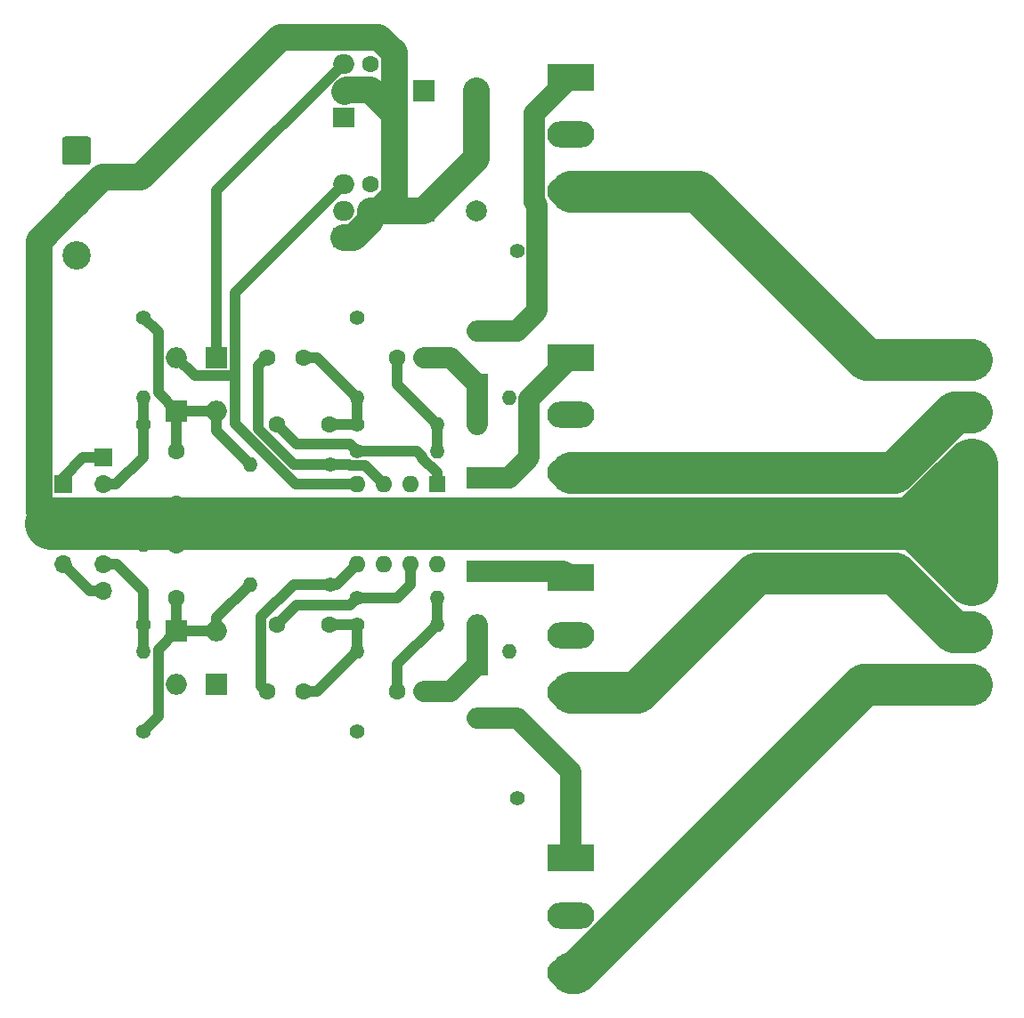
<source format=gtl>
G04 #@! TF.GenerationSoftware,KiCad,Pcbnew,(5.1.9)-1*
G04 #@! TF.CreationDate,2022-04-07T18:54:58+09:00*
G04 #@! TF.ProjectId,digital_amp,64696769-7461-46c5-9f61-6d702e6b6963,rev?*
G04 #@! TF.SameCoordinates,Original*
G04 #@! TF.FileFunction,Copper,L1,Top*
G04 #@! TF.FilePolarity,Positive*
%FSLAX46Y46*%
G04 Gerber Fmt 4.6, Leading zero omitted, Abs format (unit mm)*
G04 Created by KiCad (PCBNEW (5.1.9)-1) date 2022-04-07 18:54:58*
%MOMM*%
%LPD*%
G01*
G04 APERTURE LIST*
G04 #@! TA.AperFunction,ComponentPad*
%ADD10C,2.700000*%
G04 #@! TD*
G04 #@! TA.AperFunction,ComponentPad*
%ADD11O,1.700000X1.700000*%
G04 #@! TD*
G04 #@! TA.AperFunction,ComponentPad*
%ADD12R,1.700000X1.700000*%
G04 #@! TD*
G04 #@! TA.AperFunction,ComponentPad*
%ADD13O,2.000000X1.905000*%
G04 #@! TD*
G04 #@! TA.AperFunction,ComponentPad*
%ADD14R,2.000000X1.905000*%
G04 #@! TD*
G04 #@! TA.AperFunction,ComponentPad*
%ADD15O,1.600000X1.600000*%
G04 #@! TD*
G04 #@! TA.AperFunction,ComponentPad*
%ADD16R,1.600000X1.600000*%
G04 #@! TD*
G04 #@! TA.AperFunction,ComponentPad*
%ADD17O,1.400000X1.400000*%
G04 #@! TD*
G04 #@! TA.AperFunction,ComponentPad*
%ADD18C,1.400000*%
G04 #@! TD*
G04 #@! TA.AperFunction,ComponentPad*
%ADD19R,4.500000X2.500000*%
G04 #@! TD*
G04 #@! TA.AperFunction,ComponentPad*
%ADD20O,4.500000X2.500000*%
G04 #@! TD*
G04 #@! TA.AperFunction,ComponentPad*
%ADD21O,2.000000X2.000000*%
G04 #@! TD*
G04 #@! TA.AperFunction,ComponentPad*
%ADD22R,2.000000X2.000000*%
G04 #@! TD*
G04 #@! TA.AperFunction,ComponentPad*
%ADD23C,2.000000*%
G04 #@! TD*
G04 #@! TA.AperFunction,ComponentPad*
%ADD24C,1.600000*%
G04 #@! TD*
G04 #@! TA.AperFunction,ViaPad*
%ADD25C,0.800000*%
G04 #@! TD*
G04 #@! TA.AperFunction,Conductor*
%ADD26C,1.000000*%
G04 #@! TD*
G04 #@! TA.AperFunction,Conductor*
%ADD27C,2.000000*%
G04 #@! TD*
G04 #@! TA.AperFunction,Conductor*
%ADD28C,2.500000*%
G04 #@! TD*
G04 #@! TA.AperFunction,Conductor*
%ADD29C,5.000000*%
G04 #@! TD*
G04 #@! TA.AperFunction,Conductor*
%ADD30C,4.000000*%
G04 #@! TD*
G04 APERTURE END LIST*
D10*
X187960000Y-111285000D03*
X187960000Y-116285000D03*
G04 #@! TA.AperFunction,ComponentPad*
G36*
G01*
X189059999Y-122635000D02*
X186860001Y-122635000D01*
G75*
G02*
X186610000Y-122384999I0J250001D01*
G01*
X186610000Y-120185001D01*
G75*
G02*
X186860001Y-119935000I250001J0D01*
G01*
X189059999Y-119935000D01*
G75*
G02*
X189310000Y-120185001I0J-250001D01*
G01*
X189310000Y-122384999D01*
G75*
G02*
X189059999Y-122635000I-250001J0D01*
G01*
G37*
G04 #@! TD.AperFunction*
X187960000Y-90330000D03*
X187960000Y-95330000D03*
G04 #@! TA.AperFunction,ComponentPad*
G36*
G01*
X189059999Y-101680000D02*
X186860001Y-101680000D01*
G75*
G02*
X186610000Y-101429999I0J250001D01*
G01*
X186610000Y-99230001D01*
G75*
G02*
X186860001Y-98980000I250001J0D01*
G01*
X189059999Y-98980000D01*
G75*
G02*
X189310000Y-99230001I0J-250001D01*
G01*
X189310000Y-101429999D01*
G75*
G02*
X189059999Y-101680000I-250001J0D01*
G01*
G37*
G04 #@! TD.AperFunction*
D11*
X105410000Y-112395000D03*
X105410000Y-109855000D03*
X105410000Y-107315000D03*
X105410000Y-104775000D03*
X105410000Y-102235000D03*
D12*
X105410000Y-99695000D03*
D13*
X128270000Y-73660000D03*
X128270000Y-76200000D03*
D14*
X128270000Y-78740000D03*
D13*
X128270000Y-62230000D03*
X128270000Y-64770000D03*
D14*
X128270000Y-67310000D03*
D15*
X137160000Y-109855000D03*
X129540000Y-102235000D03*
X134620000Y-109855000D03*
X132080000Y-102235000D03*
X132080000Y-109855000D03*
X134620000Y-102235000D03*
X129540000Y-109855000D03*
D16*
X137160000Y-102235000D03*
D17*
X144018000Y-118110000D03*
D18*
X144018000Y-110490000D03*
D17*
X144780000Y-124460000D03*
D18*
X144780000Y-132080000D03*
D17*
X144018000Y-93980000D03*
D18*
X144018000Y-101600000D03*
D17*
X144780000Y-87630000D03*
D18*
X144780000Y-80010000D03*
D17*
X137160000Y-99060000D03*
D18*
X129540000Y-99060000D03*
D17*
X137160000Y-113030000D03*
D18*
X129540000Y-113030000D03*
D17*
X137160000Y-96520000D03*
D18*
X129540000Y-96520000D03*
D17*
X137160000Y-115570000D03*
D18*
X129540000Y-115570000D03*
D17*
X129540000Y-93980000D03*
D18*
X129540000Y-86360000D03*
D17*
X129540000Y-118110000D03*
D18*
X129540000Y-125730000D03*
D17*
X119380000Y-100330000D03*
D18*
X127000000Y-100330000D03*
D17*
X119380000Y-111760000D03*
D18*
X127000000Y-111760000D03*
X109220000Y-86360000D03*
D17*
X109220000Y-93980000D03*
X109220000Y-118110000D03*
D18*
X109220000Y-125730000D03*
D17*
X109220000Y-104140000D03*
D18*
X109220000Y-96520000D03*
D17*
X109220000Y-107950000D03*
D18*
X109220000Y-115570000D03*
D19*
X149860000Y-111125000D03*
D20*
X149860000Y-116575000D03*
X149860000Y-122025000D03*
D19*
X149860000Y-137795000D03*
D20*
X149860000Y-143245000D03*
X149860000Y-148695000D03*
X149860000Y-101070000D03*
X149860000Y-95620000D03*
D19*
X149860000Y-90170000D03*
D20*
X149860000Y-74370000D03*
X149860000Y-68920000D03*
D19*
X149860000Y-63470000D03*
D10*
X102870000Y-80485000D03*
X102870000Y-75485000D03*
G04 #@! TA.AperFunction,ComponentPad*
G36*
G01*
X101770001Y-69135000D02*
X103969999Y-69135000D01*
G75*
G02*
X104220000Y-69385001I0J-250001D01*
G01*
X104220000Y-71584999D01*
G75*
G02*
X103969999Y-71835000I-250001J0D01*
G01*
X101770001Y-71835000D01*
G75*
G02*
X101520000Y-71584999I0J250001D01*
G01*
X101520000Y-69385001D01*
G75*
G02*
X101770001Y-69135000I250001J0D01*
G01*
G37*
G04 #@! TD.AperFunction*
D11*
X101600000Y-109855000D03*
X101600000Y-107315000D03*
X101600000Y-104775000D03*
D12*
X101600000Y-102235000D03*
D21*
X140970000Y-115570000D03*
D22*
X140970000Y-110490000D03*
D21*
X140970000Y-124460000D03*
D22*
X140970000Y-119380000D03*
D21*
X140970000Y-96520000D03*
D22*
X140970000Y-101600000D03*
D21*
X140970000Y-87630000D03*
D22*
X140970000Y-92710000D03*
D21*
X112395000Y-90170000D03*
D22*
X112395000Y-95250000D03*
D21*
X116205000Y-95250000D03*
D22*
X116205000Y-90170000D03*
D21*
X112395000Y-121285000D03*
D22*
X112395000Y-116205000D03*
D21*
X116205000Y-116205000D03*
D22*
X116205000Y-121285000D03*
D23*
X140890000Y-76200000D03*
D22*
X135890000Y-76200000D03*
D23*
X140890000Y-64770000D03*
D22*
X135890000Y-64770000D03*
D24*
X130810000Y-73700000D03*
X130810000Y-76200000D03*
X130810000Y-64730000D03*
X130810000Y-62230000D03*
X133390000Y-121920000D03*
X135890000Y-121920000D03*
X133390000Y-90170000D03*
X135890000Y-90170000D03*
X126920000Y-96520000D03*
X121920000Y-96520000D03*
X126920000Y-115570000D03*
X121920000Y-115570000D03*
X120960000Y-90170000D03*
X124460000Y-90170000D03*
X120960000Y-121920000D03*
X124460000Y-121920000D03*
X112395000Y-104060000D03*
X112395000Y-99060000D03*
X112395000Y-108030000D03*
X112395000Y-113030000D03*
D25*
X139065000Y-107315000D03*
X139065000Y-104775000D03*
D26*
X110620001Y-117979999D02*
X112395000Y-116205000D01*
X110620001Y-124329999D02*
X110620001Y-117979999D01*
X109220000Y-125730000D02*
X110620001Y-124329999D01*
X112395000Y-113030000D02*
X112395000Y-116205000D01*
X112395000Y-116205000D02*
X116205000Y-116205000D01*
X116205000Y-114935000D02*
X119380000Y-111760000D01*
X116205000Y-116205000D02*
X116205000Y-114935000D01*
X110620001Y-93475001D02*
X112395000Y-95250000D01*
X110620001Y-87760001D02*
X110620001Y-93475001D01*
X109220000Y-86360000D02*
X110620001Y-87760001D01*
X112395000Y-95250000D02*
X112395000Y-99060000D01*
X112395000Y-95250000D02*
X116205000Y-95250000D01*
X116205000Y-97155000D02*
X119380000Y-100330000D01*
X116205000Y-95250000D02*
X116205000Y-97155000D01*
X120419999Y-114849999D02*
X120419999Y-121379999D01*
X120419999Y-121379999D02*
X120960000Y-121920000D01*
X123509998Y-111760000D02*
X120419999Y-114849999D01*
X127000000Y-111760000D02*
X123509998Y-111760000D01*
X127635000Y-111760000D02*
X129540000Y-109855000D01*
X127000000Y-111760000D02*
X127635000Y-111760000D01*
X126920000Y-115570000D02*
X129540000Y-115570000D01*
X129540000Y-118110000D02*
X129540000Y-115570000D01*
X125730000Y-121920000D02*
X129540000Y-118110000D01*
X124460000Y-121920000D02*
X125730000Y-121920000D01*
X123509998Y-100330000D02*
X127000000Y-100330000D01*
X120160001Y-96980003D02*
X123509998Y-100330000D01*
X120160001Y-90969999D02*
X120160001Y-96980003D01*
X120960000Y-90170000D02*
X120160001Y-90969999D01*
X130305001Y-100460001D02*
X132080000Y-102235000D01*
X128737998Y-100330000D02*
X128867999Y-100460001D01*
X128867999Y-100460001D02*
X130305001Y-100460001D01*
X127000000Y-100330000D02*
X128737998Y-100330000D01*
X126920000Y-96520000D02*
X129540000Y-96520000D01*
X129540000Y-93980000D02*
X129540000Y-96520000D01*
X125730000Y-90170000D02*
X129540000Y-93980000D01*
X124460000Y-90170000D02*
X125730000Y-90170000D01*
X123760001Y-113729999D02*
X121920000Y-115570000D01*
X128840001Y-113729999D02*
X123760001Y-113729999D01*
X129540000Y-113030000D02*
X128840001Y-113729999D01*
X129540000Y-113030000D02*
X133350000Y-113030000D01*
X134620000Y-111760000D02*
X134620000Y-109855000D01*
X133350000Y-113030000D02*
X134620000Y-111760000D01*
X123760001Y-98360001D02*
X121920000Y-96520000D01*
X128840001Y-98360001D02*
X123760001Y-98360001D01*
X129540000Y-99060000D02*
X128840001Y-98360001D01*
X135759999Y-99732001D02*
X137160000Y-101132002D01*
X135759999Y-99564999D02*
X135759999Y-99732001D01*
X135255000Y-99060000D02*
X135759999Y-99564999D01*
X137160000Y-101132002D02*
X137160000Y-102235000D01*
X129540000Y-99060000D02*
X135255000Y-99060000D01*
X137160000Y-99060000D02*
X137160000Y-96520000D01*
X133390000Y-92750000D02*
X137160000Y-96520000D01*
X133390000Y-90170000D02*
X133390000Y-92750000D01*
D27*
X138430000Y-90170000D02*
X140970000Y-92710000D01*
X135890000Y-90170000D02*
X138430000Y-90170000D01*
X140970000Y-96520000D02*
X140970000Y-92710000D01*
D26*
X137160000Y-113030000D02*
X137160000Y-115570000D01*
X133390000Y-119340000D02*
X137160000Y-115570000D01*
X133390000Y-121920000D02*
X133390000Y-119340000D01*
D27*
X138430000Y-121920000D02*
X140970000Y-119380000D01*
X135890000Y-121920000D02*
X138430000Y-121920000D01*
X140970000Y-119380000D02*
X140970000Y-115570000D01*
D28*
X130810000Y-77105162D02*
X130810000Y-76200000D01*
X129175162Y-78740000D02*
X130810000Y-77105162D01*
X128270000Y-78740000D02*
X129175162Y-78740000D01*
X130810000Y-76200000D02*
X135890000Y-76200000D01*
X140890000Y-71200000D02*
X135890000Y-76200000D01*
X140890000Y-64770000D02*
X140890000Y-71200000D01*
X131640002Y-76200000D02*
X130810000Y-76200000D01*
X133060001Y-74780001D02*
X131640002Y-76200000D01*
X133060001Y-66980001D02*
X133060001Y-74780001D01*
X130810000Y-64730000D02*
X133060001Y-66980001D01*
X128527730Y-64730000D02*
X128378865Y-64878865D01*
X130810000Y-64730000D02*
X128527730Y-64730000D01*
X133060001Y-61149999D02*
X133060001Y-66980001D01*
X131600002Y-59690000D02*
X133060001Y-61149999D01*
X122286002Y-59690000D02*
X131600002Y-59690000D01*
D29*
X182325000Y-105965000D02*
X187960000Y-100330000D01*
X100410000Y-105965000D02*
X182325000Y-105965000D01*
X182640000Y-105965000D02*
X182325000Y-105965000D01*
X187960000Y-111285000D02*
X182640000Y-105965000D01*
X187960000Y-100330000D02*
X187960000Y-111285000D01*
D28*
X108976003Y-72999999D02*
X122286002Y-59690000D01*
X105355001Y-72999999D02*
X108976003Y-72999999D01*
X102870000Y-75485000D02*
X105355001Y-72999999D01*
X99299999Y-104854999D02*
X100410000Y-105965000D01*
X99299999Y-79055001D02*
X99299999Y-104854999D01*
X102870000Y-75485000D02*
X99299999Y-79055001D01*
D26*
X116205000Y-74295000D02*
X128270000Y-62230000D01*
X116205000Y-90170000D02*
X116205000Y-74295000D01*
X114095001Y-91870001D02*
X112395000Y-90170000D01*
X115341003Y-91870001D02*
X114095001Y-91870001D01*
X117905001Y-84024999D02*
X128270000Y-73660000D01*
X117905001Y-91730001D02*
X117905001Y-84024999D01*
X117765001Y-91870001D02*
X117905001Y-91730001D01*
X114095001Y-91870001D02*
X117765001Y-91870001D01*
X117905001Y-92010001D02*
X117765001Y-91870001D01*
X117905001Y-96422073D02*
X117905001Y-92010001D01*
X123717928Y-102235000D02*
X117905001Y-96422073D01*
X129540000Y-102235000D02*
X123717928Y-102235000D01*
D27*
X140970000Y-87630000D02*
X144780000Y-87630000D01*
X146409990Y-66920010D02*
X149860000Y-63470000D01*
X146409990Y-75384827D02*
X146409990Y-66920010D01*
X146680001Y-75654838D02*
X146409990Y-75384827D01*
X146680001Y-85729999D02*
X146680001Y-75654838D01*
X144780000Y-87630000D02*
X146680001Y-85729999D01*
X140970000Y-101600000D02*
X144018000Y-101600000D01*
X145918001Y-94111999D02*
X149860000Y-90170000D01*
X145918001Y-99699999D02*
X145918001Y-94111999D01*
X144018000Y-101600000D02*
X145918001Y-99699999D01*
X140970000Y-124460000D02*
X144780000Y-124460000D01*
X149860000Y-129540000D02*
X149860000Y-137795000D01*
X144780000Y-124460000D02*
X149860000Y-129540000D01*
X149225000Y-110490000D02*
X149860000Y-111125000D01*
X140970000Y-110490000D02*
X149225000Y-110490000D01*
D26*
X101600000Y-109855000D02*
X104140000Y-112395000D01*
X104140000Y-112395000D02*
X105410000Y-112395000D01*
X101600000Y-102235000D02*
X101600000Y-101600000D01*
X103505000Y-99695000D02*
X105410000Y-99695000D01*
X101600000Y-101600000D02*
X103505000Y-99695000D01*
X109220000Y-118110000D02*
X109220000Y-115570000D01*
X105410000Y-109855000D02*
X106680000Y-109855000D01*
X109220000Y-112395000D02*
X109220000Y-115570000D01*
X106680000Y-109855000D02*
X109220000Y-112395000D01*
X109220000Y-96520000D02*
X109220000Y-93980000D01*
X109220000Y-99627081D02*
X109220000Y-96520000D01*
X106612081Y-102235000D02*
X109220000Y-99627081D01*
X105410000Y-102235000D02*
X106612081Y-102235000D01*
D30*
X187960000Y-90330000D02*
X177960000Y-90330000D01*
X162000000Y-74370000D02*
X149860000Y-74370000D01*
X177960000Y-90330000D02*
X162000000Y-74370000D01*
X180573184Y-101070000D02*
X186313184Y-95330000D01*
X186313184Y-95330000D02*
X187960000Y-95330000D01*
X149860000Y-101070000D02*
X180573184Y-101070000D01*
X187960000Y-116285000D02*
X186303082Y-116285000D01*
X181949918Y-111972918D02*
X180642010Y-110665010D01*
X181991000Y-111972918D02*
X181949918Y-111972918D01*
X186303082Y-116285000D02*
X181991000Y-111972918D01*
X180642010Y-110665010D02*
X167464990Y-110665010D01*
X156105000Y-122025000D02*
X149860000Y-122025000D01*
X167464990Y-110665010D02*
X156105000Y-122025000D01*
X177699050Y-121285000D02*
X187960000Y-121285000D01*
X150289050Y-148695000D02*
X177699050Y-121285000D01*
X149860000Y-148695000D02*
X150289050Y-148695000D01*
M02*

</source>
